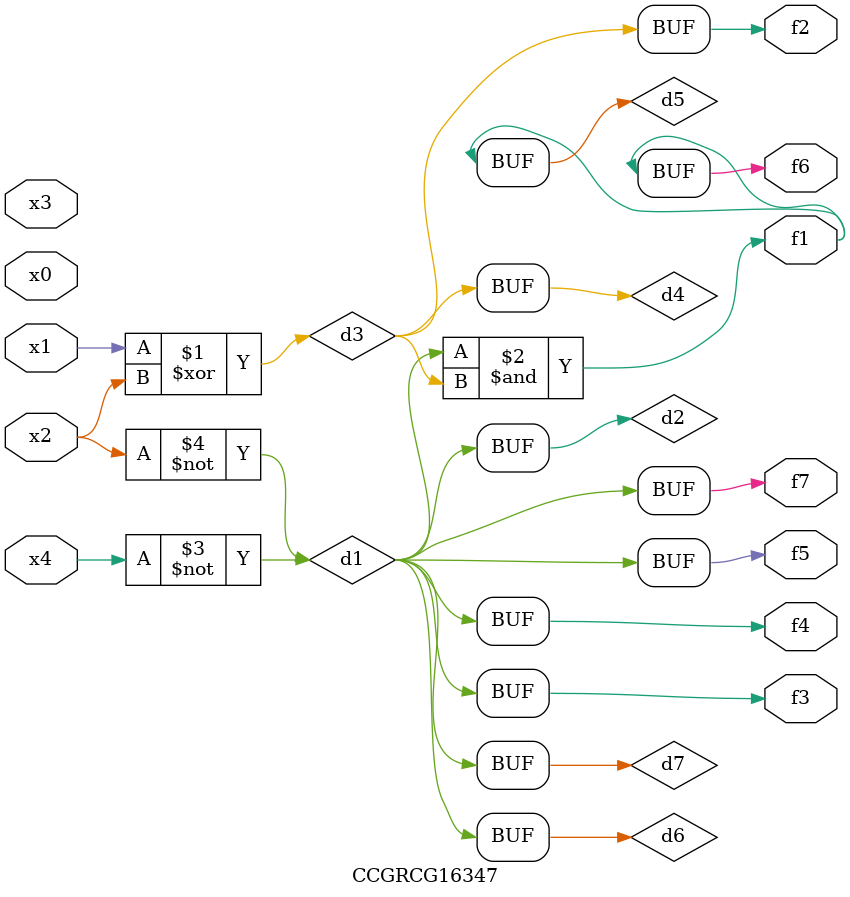
<source format=v>
module CCGRCG16347(
	input x0, x1, x2, x3, x4,
	output f1, f2, f3, f4, f5, f6, f7
);

	wire d1, d2, d3, d4, d5, d6, d7;

	not (d1, x4);
	not (d2, x2);
	xor (d3, x1, x2);
	buf (d4, d3);
	and (d5, d1, d3);
	buf (d6, d1, d2);
	buf (d7, d2);
	assign f1 = d5;
	assign f2 = d4;
	assign f3 = d7;
	assign f4 = d7;
	assign f5 = d7;
	assign f6 = d5;
	assign f7 = d7;
endmodule

</source>
